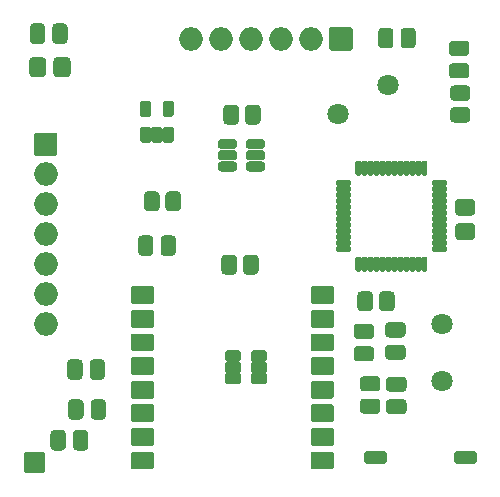
<source format=gts>
G04 #@! TF.GenerationSoftware,KiCad,Pcbnew,5.1.7-a382d34a8~88~ubuntu18.04.1*
G04 #@! TF.CreationDate,2021-11-20T11:26:47+05:30*
G04 #@! TF.ProjectId,FrontEnd_switch_Normal_v1,46726f6e-7445-46e6-945f-737769746368,rev?*
G04 #@! TF.SameCoordinates,Original*
G04 #@! TF.FileFunction,Soldermask,Top*
G04 #@! TF.FilePolarity,Negative*
%FSLAX46Y46*%
G04 Gerber Fmt 4.6, Leading zero omitted, Abs format (unit mm)*
G04 Created by KiCad (PCBNEW 5.1.7-a382d34a8~88~ubuntu18.04.1) date 2021-11-20 11:26:47*
%MOMM*%
%LPD*%
G01*
G04 APERTURE LIST*
%ADD10O,2.000000X2.000000*%
%ADD11C,1.800000*%
G04 APERTURE END LIST*
G36*
G01*
X114451000Y-92497200D02*
X114451000Y-92775600D01*
G75*
G02*
X114155200Y-93071400I-295800J0D01*
G01*
X113096800Y-93071400D01*
G75*
G02*
X112801000Y-92775600I0J295800D01*
G01*
X112801000Y-92497200D01*
G75*
G02*
X113096800Y-92201400I295800J0D01*
G01*
X114155200Y-92201400D01*
G75*
G02*
X114451000Y-92497200I0J-295800D01*
G01*
G37*
G36*
G01*
X114451000Y-91547200D02*
X114451000Y-91825600D01*
G75*
G02*
X114155200Y-92121400I-295800J0D01*
G01*
X113096800Y-92121400D01*
G75*
G02*
X112801000Y-91825600I0J295800D01*
G01*
X112801000Y-91547200D01*
G75*
G02*
X113096800Y-91251400I295800J0D01*
G01*
X114155200Y-91251400D01*
G75*
G02*
X114451000Y-91547200I0J-295800D01*
G01*
G37*
G36*
G01*
X114451000Y-90597200D02*
X114451000Y-90875600D01*
G75*
G02*
X114155200Y-91171400I-295800J0D01*
G01*
X113096800Y-91171400D01*
G75*
G02*
X112801000Y-90875600I0J295800D01*
G01*
X112801000Y-90597200D01*
G75*
G02*
X113096800Y-90301400I295800J0D01*
G01*
X114155200Y-90301400D01*
G75*
G02*
X114451000Y-90597200I0J-295800D01*
G01*
G37*
G36*
G01*
X116821000Y-90597200D02*
X116821000Y-90875600D01*
G75*
G02*
X116525200Y-91171400I-295800J0D01*
G01*
X115466800Y-91171400D01*
G75*
G02*
X115171000Y-90875600I0J295800D01*
G01*
X115171000Y-90597200D01*
G75*
G02*
X115466800Y-90301400I295800J0D01*
G01*
X116525200Y-90301400D01*
G75*
G02*
X116821000Y-90597200I0J-295800D01*
G01*
G37*
G36*
G01*
X116821000Y-91547200D02*
X116821000Y-91825600D01*
G75*
G02*
X116525200Y-92121400I-295800J0D01*
G01*
X115466800Y-92121400D01*
G75*
G02*
X115171000Y-91825600I0J295800D01*
G01*
X115171000Y-91547200D01*
G75*
G02*
X115466800Y-91251400I295800J0D01*
G01*
X116525200Y-91251400D01*
G75*
G02*
X116821000Y-91547200I0J-295800D01*
G01*
G37*
G36*
G01*
X116821000Y-92497200D02*
X116821000Y-92775600D01*
G75*
G02*
X116525200Y-93071400I-295800J0D01*
G01*
X115466800Y-93071400D01*
G75*
G02*
X115171000Y-92775600I0J295800D01*
G01*
X115171000Y-92497200D01*
G75*
G02*
X115466800Y-92201400I295800J0D01*
G01*
X116525200Y-92201400D01*
G75*
G02*
X116821000Y-92497200I0J-295800D01*
G01*
G37*
G36*
G01*
X133209216Y-97418100D02*
X134278784Y-97418100D01*
G75*
G02*
X134594000Y-97733316I0J-315216D01*
G01*
X134594000Y-98552884D01*
G75*
G02*
X134278784Y-98868100I-315216J0D01*
G01*
X133209216Y-98868100D01*
G75*
G02*
X132894000Y-98552884I0J315216D01*
G01*
X132894000Y-97733316D01*
G75*
G02*
X133209216Y-97418100I315216J0D01*
G01*
G37*
G36*
G01*
X133209216Y-95368100D02*
X134278784Y-95368100D01*
G75*
G02*
X134594000Y-95683316I0J-315216D01*
G01*
X134594000Y-96502884D01*
G75*
G02*
X134278784Y-96818100I-315216J0D01*
G01*
X133209216Y-96818100D01*
G75*
G02*
X132894000Y-96502884I0J315216D01*
G01*
X132894000Y-95683316D01*
G75*
G02*
X133209216Y-95368100I315216J0D01*
G01*
G37*
G36*
G01*
X98885000Y-84763684D02*
X98885000Y-83694116D01*
G75*
G02*
X99200216Y-83378900I315216J0D01*
G01*
X100019784Y-83378900D01*
G75*
G02*
X100335000Y-83694116I0J-315216D01*
G01*
X100335000Y-84763684D01*
G75*
G02*
X100019784Y-85078900I-315216J0D01*
G01*
X99200216Y-85078900D01*
G75*
G02*
X98885000Y-84763684I0J315216D01*
G01*
G37*
G36*
G01*
X96835000Y-84763684D02*
X96835000Y-83694116D01*
G75*
G02*
X97150216Y-83378900I315216J0D01*
G01*
X97969784Y-83378900D01*
G75*
G02*
X98285000Y-83694116I0J-315216D01*
G01*
X98285000Y-84763684D01*
G75*
G02*
X97969784Y-85078900I-315216J0D01*
G01*
X97150216Y-85078900D01*
G75*
G02*
X96835000Y-84763684I0J315216D01*
G01*
G37*
G36*
G01*
X114599000Y-87725469D02*
X114599000Y-88779131D01*
G75*
G02*
X114275831Y-89102300I-323169J0D01*
G01*
X113597169Y-89102300D01*
G75*
G02*
X113274000Y-88779131I0J323169D01*
G01*
X113274000Y-87725469D01*
G75*
G02*
X113597169Y-87402300I323169J0D01*
G01*
X114275831Y-87402300D01*
G75*
G02*
X114599000Y-87725469I0J-323169D01*
G01*
G37*
G36*
G01*
X116424000Y-87725469D02*
X116424000Y-88779131D01*
G75*
G02*
X116100831Y-89102300I-323169J0D01*
G01*
X115422169Y-89102300D01*
G75*
G02*
X115099000Y-88779131I0J323169D01*
G01*
X115099000Y-87725469D01*
G75*
G02*
X115422169Y-87402300I323169J0D01*
G01*
X116100831Y-87402300D01*
G75*
G02*
X116424000Y-87725469I0J-323169D01*
G01*
G37*
G36*
G01*
X114434000Y-100418169D02*
X114434000Y-101471831D01*
G75*
G02*
X114110831Y-101795000I-323169J0D01*
G01*
X113432169Y-101795000D01*
G75*
G02*
X113109000Y-101471831I0J323169D01*
G01*
X113109000Y-100418169D01*
G75*
G02*
X113432169Y-100095000I323169J0D01*
G01*
X114110831Y-100095000D01*
G75*
G02*
X114434000Y-100418169I0J-323169D01*
G01*
G37*
G36*
G01*
X116259000Y-100418169D02*
X116259000Y-101471831D01*
G75*
G02*
X115935831Y-101795000I-323169J0D01*
G01*
X115257169Y-101795000D01*
G75*
G02*
X114934000Y-101471831I0J323169D01*
G01*
X114934000Y-100418169D01*
G75*
G02*
X115257169Y-100095000I323169J0D01*
G01*
X115935831Y-100095000D01*
G75*
G02*
X116259000Y-100418169I0J-323169D01*
G01*
G37*
G36*
G01*
X125950000Y-103522169D02*
X125950000Y-104575831D01*
G75*
G02*
X125626831Y-104899000I-323169J0D01*
G01*
X124948169Y-104899000D01*
G75*
G02*
X124625000Y-104575831I0J323169D01*
G01*
X124625000Y-103522169D01*
G75*
G02*
X124948169Y-103199000I323169J0D01*
G01*
X125626831Y-103199000D01*
G75*
G02*
X125950000Y-103522169I0J-323169D01*
G01*
G37*
G36*
G01*
X127775000Y-103522169D02*
X127775000Y-104575831D01*
G75*
G02*
X127451831Y-104899000I-323169J0D01*
G01*
X126773169Y-104899000D01*
G75*
G02*
X126450000Y-104575831I0J323169D01*
G01*
X126450000Y-103522169D01*
G75*
G02*
X126773169Y-103199000I323169J0D01*
G01*
X127451831Y-103199000D01*
G75*
G02*
X127775000Y-103522169I0J-323169D01*
G01*
G37*
G36*
G01*
X132805169Y-87593600D02*
X133858831Y-87593600D01*
G75*
G02*
X134182000Y-87916769I0J-323169D01*
G01*
X134182000Y-88595431D01*
G75*
G02*
X133858831Y-88918600I-323169J0D01*
G01*
X132805169Y-88918600D01*
G75*
G02*
X132482000Y-88595431I0J323169D01*
G01*
X132482000Y-87916769D01*
G75*
G02*
X132805169Y-87593600I323169J0D01*
G01*
G37*
G36*
G01*
X132805169Y-85768600D02*
X133858831Y-85768600D01*
G75*
G02*
X134182000Y-86091769I0J-323169D01*
G01*
X134182000Y-86770431D01*
G75*
G02*
X133858831Y-87093600I-323169J0D01*
G01*
X132805169Y-87093600D01*
G75*
G02*
X132482000Y-86770431I0J323169D01*
G01*
X132482000Y-86091769D01*
G75*
G02*
X132805169Y-85768600I323169J0D01*
G01*
G37*
G36*
G01*
X107873000Y-95058469D02*
X107873000Y-96112131D01*
G75*
G02*
X107549831Y-96435300I-323169J0D01*
G01*
X106871169Y-96435300D01*
G75*
G02*
X106548000Y-96112131I0J323169D01*
G01*
X106548000Y-95058469D01*
G75*
G02*
X106871169Y-94735300I323169J0D01*
G01*
X107549831Y-94735300D01*
G75*
G02*
X107873000Y-95058469I0J-323169D01*
G01*
G37*
G36*
G01*
X109698000Y-95058469D02*
X109698000Y-96112131D01*
G75*
G02*
X109374831Y-96435300I-323169J0D01*
G01*
X108696169Y-96435300D01*
G75*
G02*
X108373000Y-96112131I0J323169D01*
G01*
X108373000Y-95058469D01*
G75*
G02*
X108696169Y-94735300I323169J0D01*
G01*
X109374831Y-94735300D01*
G75*
G02*
X109698000Y-95058469I0J-323169D01*
G01*
G37*
D10*
X98221900Y-106001000D03*
X98221900Y-103461000D03*
X98221900Y-100921000D03*
X98221900Y-98381000D03*
X98221900Y-95841000D03*
X98221900Y-93301000D03*
G36*
G01*
X97221900Y-91611000D02*
X97221900Y-89911000D01*
G75*
G02*
X97371900Y-89761000I150000J0D01*
G01*
X99071900Y-89761000D01*
G75*
G02*
X99221900Y-89911000I0J-150000D01*
G01*
X99221900Y-91611000D01*
G75*
G02*
X99071900Y-91761000I-150000J0D01*
G01*
X97371900Y-91761000D01*
G75*
G02*
X97221900Y-91611000I0J150000D01*
G01*
G37*
G36*
G01*
X101958000Y-110382000D02*
X101958000Y-109282000D01*
G75*
G02*
X102283000Y-108957000I325000J0D01*
G01*
X102933000Y-108957000D01*
G75*
G02*
X103258000Y-109282000I0J-325000D01*
G01*
X103258000Y-110382000D01*
G75*
G02*
X102933000Y-110707000I-325000J0D01*
G01*
X102283000Y-110707000D01*
G75*
G02*
X101958000Y-110382000I0J325000D01*
G01*
G37*
G36*
G01*
X100058000Y-110382000D02*
X100058000Y-109282000D01*
G75*
G02*
X100383000Y-108957000I325000J0D01*
G01*
X101033000Y-108957000D01*
G75*
G02*
X101358000Y-109282000I0J-325000D01*
G01*
X101358000Y-110382000D01*
G75*
G02*
X101033000Y-110707000I-325000J0D01*
G01*
X100383000Y-110707000D01*
G75*
G02*
X100058000Y-110382000I0J325000D01*
G01*
G37*
G36*
G01*
X100541000Y-116359000D02*
X100541000Y-115259000D01*
G75*
G02*
X100866000Y-114934000I325000J0D01*
G01*
X101516000Y-114934000D01*
G75*
G02*
X101841000Y-115259000I0J-325000D01*
G01*
X101841000Y-116359000D01*
G75*
G02*
X101516000Y-116684000I-325000J0D01*
G01*
X100866000Y-116684000D01*
G75*
G02*
X100541000Y-116359000I0J325000D01*
G01*
G37*
G36*
G01*
X98641000Y-116359000D02*
X98641000Y-115259000D01*
G75*
G02*
X98966000Y-114934000I325000J0D01*
G01*
X99616000Y-114934000D01*
G75*
G02*
X99941000Y-115259000I0J-325000D01*
G01*
X99941000Y-116359000D01*
G75*
G02*
X99616000Y-116684000I-325000J0D01*
G01*
X98966000Y-116684000D01*
G75*
G02*
X98641000Y-116359000I0J325000D01*
G01*
G37*
G36*
G01*
X128275000Y-82317700D02*
X128275000Y-81217700D01*
G75*
G02*
X128600000Y-80892700I325000J0D01*
G01*
X129250000Y-80892700D01*
G75*
G02*
X129575000Y-81217700I0J-325000D01*
G01*
X129575000Y-82317700D01*
G75*
G02*
X129250000Y-82642700I-325000J0D01*
G01*
X128600000Y-82642700D01*
G75*
G02*
X128275000Y-82317700I0J325000D01*
G01*
G37*
G36*
G01*
X126375000Y-82317700D02*
X126375000Y-81217700D01*
G75*
G02*
X126700000Y-80892700I325000J0D01*
G01*
X127350000Y-80892700D01*
G75*
G02*
X127675000Y-81217700I0J-325000D01*
G01*
X127675000Y-82317700D01*
G75*
G02*
X127350000Y-82642700I-325000J0D01*
G01*
X126700000Y-82642700D01*
G75*
G02*
X126375000Y-82317700I0J325000D01*
G01*
G37*
G36*
G01*
X107955000Y-99894500D02*
X107955000Y-98794500D01*
G75*
G02*
X108280000Y-98469500I325000J0D01*
G01*
X108930000Y-98469500D01*
G75*
G02*
X109255000Y-98794500I0J-325000D01*
G01*
X109255000Y-99894500D01*
G75*
G02*
X108930000Y-100219500I-325000J0D01*
G01*
X108280000Y-100219500D01*
G75*
G02*
X107955000Y-99894500I0J325000D01*
G01*
G37*
G36*
G01*
X106055000Y-99894500D02*
X106055000Y-98794500D01*
G75*
G02*
X106380000Y-98469500I325000J0D01*
G01*
X107030000Y-98469500D01*
G75*
G02*
X107355000Y-98794500I0J-325000D01*
G01*
X107355000Y-99894500D01*
G75*
G02*
X107030000Y-100219500I-325000J0D01*
G01*
X106380000Y-100219500D01*
G75*
G02*
X106055000Y-99894500I0J325000D01*
G01*
G37*
G36*
G01*
X126250000Y-111684000D02*
X125150000Y-111684000D01*
G75*
G02*
X124825000Y-111359000I0J325000D01*
G01*
X124825000Y-110709000D01*
G75*
G02*
X125150000Y-110384000I325000J0D01*
G01*
X126250000Y-110384000D01*
G75*
G02*
X126575000Y-110709000I0J-325000D01*
G01*
X126575000Y-111359000D01*
G75*
G02*
X126250000Y-111684000I-325000J0D01*
G01*
G37*
G36*
G01*
X126250000Y-113584000D02*
X125150000Y-113584000D01*
G75*
G02*
X124825000Y-113259000I0J325000D01*
G01*
X124825000Y-112609000D01*
G75*
G02*
X125150000Y-112284000I325000J0D01*
G01*
X126250000Y-112284000D01*
G75*
G02*
X126575000Y-112609000I0J-325000D01*
G01*
X126575000Y-113259000D01*
G75*
G02*
X126250000Y-113584000I-325000J0D01*
G01*
G37*
G36*
G01*
X124624000Y-107841000D02*
X125724000Y-107841000D01*
G75*
G02*
X126049000Y-108166000I0J-325000D01*
G01*
X126049000Y-108816000D01*
G75*
G02*
X125724000Y-109141000I-325000J0D01*
G01*
X124624000Y-109141000D01*
G75*
G02*
X124299000Y-108816000I0J325000D01*
G01*
X124299000Y-108166000D01*
G75*
G02*
X124624000Y-107841000I325000J0D01*
G01*
G37*
G36*
G01*
X124624000Y-105941000D02*
X125724000Y-105941000D01*
G75*
G02*
X126049000Y-106266000I0J-325000D01*
G01*
X126049000Y-106916000D01*
G75*
G02*
X125724000Y-107241000I-325000J0D01*
G01*
X124624000Y-107241000D01*
G75*
G02*
X124299000Y-106916000I0J325000D01*
G01*
X124299000Y-106266000D01*
G75*
G02*
X124624000Y-105941000I325000J0D01*
G01*
G37*
G36*
G01*
X128462000Y-111724000D02*
X127362000Y-111724000D01*
G75*
G02*
X127037000Y-111399000I0J325000D01*
G01*
X127037000Y-110749000D01*
G75*
G02*
X127362000Y-110424000I325000J0D01*
G01*
X128462000Y-110424000D01*
G75*
G02*
X128787000Y-110749000I0J-325000D01*
G01*
X128787000Y-111399000D01*
G75*
G02*
X128462000Y-111724000I-325000J0D01*
G01*
G37*
G36*
G01*
X128462000Y-113624000D02*
X127362000Y-113624000D01*
G75*
G02*
X127037000Y-113299000I0J325000D01*
G01*
X127037000Y-112649000D01*
G75*
G02*
X127362000Y-112324000I325000J0D01*
G01*
X128462000Y-112324000D01*
G75*
G02*
X128787000Y-112649000I0J-325000D01*
G01*
X128787000Y-113299000D01*
G75*
G02*
X128462000Y-113624000I-325000J0D01*
G01*
G37*
G36*
G01*
X127296000Y-107717000D02*
X128396000Y-107717000D01*
G75*
G02*
X128721000Y-108042000I0J-325000D01*
G01*
X128721000Y-108692000D01*
G75*
G02*
X128396000Y-109017000I-325000J0D01*
G01*
X127296000Y-109017000D01*
G75*
G02*
X126971000Y-108692000I0J325000D01*
G01*
X126971000Y-108042000D01*
G75*
G02*
X127296000Y-107717000I325000J0D01*
G01*
G37*
G36*
G01*
X127296000Y-105817000D02*
X128396000Y-105817000D01*
G75*
G02*
X128721000Y-106142000I0J-325000D01*
G01*
X128721000Y-106792000D01*
G75*
G02*
X128396000Y-107117000I-325000J0D01*
G01*
X127296000Y-107117000D01*
G75*
G02*
X126971000Y-106792000I0J325000D01*
G01*
X126971000Y-106142000D01*
G75*
G02*
X127296000Y-105817000I325000J0D01*
G01*
G37*
G36*
G01*
X102037000Y-113760000D02*
X102037000Y-112660000D01*
G75*
G02*
X102362000Y-112335000I325000J0D01*
G01*
X103012000Y-112335000D01*
G75*
G02*
X103337000Y-112660000I0J-325000D01*
G01*
X103337000Y-113760000D01*
G75*
G02*
X103012000Y-114085000I-325000J0D01*
G01*
X102362000Y-114085000D01*
G75*
G02*
X102037000Y-113760000I0J325000D01*
G01*
G37*
G36*
G01*
X100137000Y-113760000D02*
X100137000Y-112660000D01*
G75*
G02*
X100462000Y-112335000I325000J0D01*
G01*
X101112000Y-112335000D01*
G75*
G02*
X101437000Y-112660000I0J-325000D01*
G01*
X101437000Y-113760000D01*
G75*
G02*
X101112000Y-114085000I-325000J0D01*
G01*
X100462000Y-114085000D01*
G75*
G02*
X100137000Y-113760000I0J325000D01*
G01*
G37*
G36*
G01*
X132683000Y-83881200D02*
X133783000Y-83881200D01*
G75*
G02*
X134108000Y-84206200I0J-325000D01*
G01*
X134108000Y-84856200D01*
G75*
G02*
X133783000Y-85181200I-325000J0D01*
G01*
X132683000Y-85181200D01*
G75*
G02*
X132358000Y-84856200I0J325000D01*
G01*
X132358000Y-84206200D01*
G75*
G02*
X132683000Y-83881200I325000J0D01*
G01*
G37*
G36*
G01*
X132683000Y-81981200D02*
X133783000Y-81981200D01*
G75*
G02*
X134108000Y-82306200I0J-325000D01*
G01*
X134108000Y-82956200D01*
G75*
G02*
X133783000Y-83281200I-325000J0D01*
G01*
X132683000Y-83281200D01*
G75*
G02*
X132358000Y-82956200I0J325000D01*
G01*
X132358000Y-82306200D01*
G75*
G02*
X132683000Y-81981200I325000J0D01*
G01*
G37*
G36*
G01*
X98791000Y-81944300D02*
X98791000Y-80844300D01*
G75*
G02*
X99116000Y-80519300I325000J0D01*
G01*
X99766000Y-80519300D01*
G75*
G02*
X100091000Y-80844300I0J-325000D01*
G01*
X100091000Y-81944300D01*
G75*
G02*
X99766000Y-82269300I-325000J0D01*
G01*
X99116000Y-82269300D01*
G75*
G02*
X98791000Y-81944300I0J325000D01*
G01*
G37*
G36*
G01*
X96891000Y-81944300D02*
X96891000Y-80844300D01*
G75*
G02*
X97216000Y-80519300I325000J0D01*
G01*
X97866000Y-80519300D01*
G75*
G02*
X98191000Y-80844300I0J-325000D01*
G01*
X98191000Y-81944300D01*
G75*
G02*
X97866000Y-82269300I-325000J0D01*
G01*
X97216000Y-82269300D01*
G75*
G02*
X96891000Y-81944300I0J325000D01*
G01*
G37*
X110523000Y-81833700D03*
X113063000Y-81833700D03*
X115603000Y-81833700D03*
X118143000Y-81833700D03*
X120683000Y-81833700D03*
G36*
G01*
X122373000Y-80833700D02*
X124073000Y-80833700D01*
G75*
G02*
X124223000Y-80983700I0J-150000D01*
G01*
X124223000Y-82683700D01*
G75*
G02*
X124073000Y-82833700I-150000J0D01*
G01*
X122373000Y-82833700D01*
G75*
G02*
X122223000Y-82683700I0J150000D01*
G01*
X122223000Y-80983700D01*
G75*
G02*
X122373000Y-80833700I150000J0D01*
G01*
G37*
G36*
G01*
X131059000Y-98868700D02*
X132059000Y-98868700D01*
G75*
G02*
X132209000Y-99018700I0J-150000D01*
G01*
X132209000Y-99248700D01*
G75*
G02*
X132059000Y-99398700I-150000J0D01*
G01*
X131059000Y-99398700D01*
G75*
G02*
X130909000Y-99248700I0J150000D01*
G01*
X130909000Y-99018700D01*
G75*
G02*
X131059000Y-98868700I150000J0D01*
G01*
G37*
G36*
G01*
X130174000Y-92133700D02*
X130404000Y-92133700D01*
G75*
G02*
X130554000Y-92283700I0J-150000D01*
G01*
X130554000Y-93283700D01*
G75*
G02*
X130404000Y-93433700I-150000J0D01*
G01*
X130174000Y-93433700D01*
G75*
G02*
X130024000Y-93283700I0J150000D01*
G01*
X130024000Y-92283700D01*
G75*
G02*
X130174000Y-92133700I150000J0D01*
G01*
G37*
G36*
G01*
X129666000Y-92133700D02*
X129896000Y-92133700D01*
G75*
G02*
X130046000Y-92283700I0J-150000D01*
G01*
X130046000Y-93283700D01*
G75*
G02*
X129896000Y-93433700I-150000J0D01*
G01*
X129666000Y-93433700D01*
G75*
G02*
X129516000Y-93283700I0J150000D01*
G01*
X129516000Y-92283700D01*
G75*
G02*
X129666000Y-92133700I150000J0D01*
G01*
G37*
G36*
G01*
X129158000Y-92133700D02*
X129388000Y-92133700D01*
G75*
G02*
X129538000Y-92283700I0J-150000D01*
G01*
X129538000Y-93283700D01*
G75*
G02*
X129388000Y-93433700I-150000J0D01*
G01*
X129158000Y-93433700D01*
G75*
G02*
X129008000Y-93283700I0J150000D01*
G01*
X129008000Y-92283700D01*
G75*
G02*
X129158000Y-92133700I150000J0D01*
G01*
G37*
G36*
G01*
X128650000Y-92133700D02*
X128880000Y-92133700D01*
G75*
G02*
X129030000Y-92283700I0J-150000D01*
G01*
X129030000Y-93283700D01*
G75*
G02*
X128880000Y-93433700I-150000J0D01*
G01*
X128650000Y-93433700D01*
G75*
G02*
X128500000Y-93283700I0J150000D01*
G01*
X128500000Y-92283700D01*
G75*
G02*
X128650000Y-92133700I150000J0D01*
G01*
G37*
G36*
G01*
X128142000Y-92133700D02*
X128372000Y-92133700D01*
G75*
G02*
X128522000Y-92283700I0J-150000D01*
G01*
X128522000Y-93283700D01*
G75*
G02*
X128372000Y-93433700I-150000J0D01*
G01*
X128142000Y-93433700D01*
G75*
G02*
X127992000Y-93283700I0J150000D01*
G01*
X127992000Y-92283700D01*
G75*
G02*
X128142000Y-92133700I150000J0D01*
G01*
G37*
G36*
G01*
X127634000Y-92133700D02*
X127864000Y-92133700D01*
G75*
G02*
X128014000Y-92283700I0J-150000D01*
G01*
X128014000Y-93283700D01*
G75*
G02*
X127864000Y-93433700I-150000J0D01*
G01*
X127634000Y-93433700D01*
G75*
G02*
X127484000Y-93283700I0J150000D01*
G01*
X127484000Y-92283700D01*
G75*
G02*
X127634000Y-92133700I150000J0D01*
G01*
G37*
G36*
G01*
X127126000Y-92133700D02*
X127356000Y-92133700D01*
G75*
G02*
X127506000Y-92283700I0J-150000D01*
G01*
X127506000Y-93283700D01*
G75*
G02*
X127356000Y-93433700I-150000J0D01*
G01*
X127126000Y-93433700D01*
G75*
G02*
X126976000Y-93283700I0J150000D01*
G01*
X126976000Y-92283700D01*
G75*
G02*
X127126000Y-92133700I150000J0D01*
G01*
G37*
G36*
G01*
X126618000Y-92133700D02*
X126848000Y-92133700D01*
G75*
G02*
X126998000Y-92283700I0J-150000D01*
G01*
X126998000Y-93283700D01*
G75*
G02*
X126848000Y-93433700I-150000J0D01*
G01*
X126618000Y-93433700D01*
G75*
G02*
X126468000Y-93283700I0J150000D01*
G01*
X126468000Y-92283700D01*
G75*
G02*
X126618000Y-92133700I150000J0D01*
G01*
G37*
G36*
G01*
X126110000Y-92133700D02*
X126340000Y-92133700D01*
G75*
G02*
X126490000Y-92283700I0J-150000D01*
G01*
X126490000Y-93283700D01*
G75*
G02*
X126340000Y-93433700I-150000J0D01*
G01*
X126110000Y-93433700D01*
G75*
G02*
X125960000Y-93283700I0J150000D01*
G01*
X125960000Y-92283700D01*
G75*
G02*
X126110000Y-92133700I150000J0D01*
G01*
G37*
G36*
G01*
X125602000Y-92133700D02*
X125832000Y-92133700D01*
G75*
G02*
X125982000Y-92283700I0J-150000D01*
G01*
X125982000Y-93283700D01*
G75*
G02*
X125832000Y-93433700I-150000J0D01*
G01*
X125602000Y-93433700D01*
G75*
G02*
X125452000Y-93283700I0J150000D01*
G01*
X125452000Y-92283700D01*
G75*
G02*
X125602000Y-92133700I150000J0D01*
G01*
G37*
G36*
G01*
X125094000Y-92133700D02*
X125324000Y-92133700D01*
G75*
G02*
X125474000Y-92283700I0J-150000D01*
G01*
X125474000Y-93283700D01*
G75*
G02*
X125324000Y-93433700I-150000J0D01*
G01*
X125094000Y-93433700D01*
G75*
G02*
X124944000Y-93283700I0J150000D01*
G01*
X124944000Y-92283700D01*
G75*
G02*
X125094000Y-92133700I150000J0D01*
G01*
G37*
G36*
G01*
X124586000Y-92133700D02*
X124816000Y-92133700D01*
G75*
G02*
X124966000Y-92283700I0J-150000D01*
G01*
X124966000Y-93283700D01*
G75*
G02*
X124816000Y-93433700I-150000J0D01*
G01*
X124586000Y-93433700D01*
G75*
G02*
X124436000Y-93283700I0J150000D01*
G01*
X124436000Y-92283700D01*
G75*
G02*
X124586000Y-92133700I150000J0D01*
G01*
G37*
G36*
G01*
X122931000Y-93788700D02*
X123931000Y-93788700D01*
G75*
G02*
X124081000Y-93938700I0J-150000D01*
G01*
X124081000Y-94168700D01*
G75*
G02*
X123931000Y-94318700I-150000J0D01*
G01*
X122931000Y-94318700D01*
G75*
G02*
X122781000Y-94168700I0J150000D01*
G01*
X122781000Y-93938700D01*
G75*
G02*
X122931000Y-93788700I150000J0D01*
G01*
G37*
G36*
G01*
X122931000Y-94296700D02*
X123931000Y-94296700D01*
G75*
G02*
X124081000Y-94446700I0J-150000D01*
G01*
X124081000Y-94676700D01*
G75*
G02*
X123931000Y-94826700I-150000J0D01*
G01*
X122931000Y-94826700D01*
G75*
G02*
X122781000Y-94676700I0J150000D01*
G01*
X122781000Y-94446700D01*
G75*
G02*
X122931000Y-94296700I150000J0D01*
G01*
G37*
G36*
G01*
X122931000Y-95312700D02*
X123931000Y-95312700D01*
G75*
G02*
X124081000Y-95462700I0J-150000D01*
G01*
X124081000Y-95692700D01*
G75*
G02*
X123931000Y-95842700I-150000J0D01*
G01*
X122931000Y-95842700D01*
G75*
G02*
X122781000Y-95692700I0J150000D01*
G01*
X122781000Y-95462700D01*
G75*
G02*
X122931000Y-95312700I150000J0D01*
G01*
G37*
G36*
G01*
X122931000Y-95820700D02*
X123931000Y-95820700D01*
G75*
G02*
X124081000Y-95970700I0J-150000D01*
G01*
X124081000Y-96200700D01*
G75*
G02*
X123931000Y-96350700I-150000J0D01*
G01*
X122931000Y-96350700D01*
G75*
G02*
X122781000Y-96200700I0J150000D01*
G01*
X122781000Y-95970700D01*
G75*
G02*
X122931000Y-95820700I150000J0D01*
G01*
G37*
G36*
G01*
X122931000Y-96328700D02*
X123931000Y-96328700D01*
G75*
G02*
X124081000Y-96478700I0J-150000D01*
G01*
X124081000Y-96708700D01*
G75*
G02*
X123931000Y-96858700I-150000J0D01*
G01*
X122931000Y-96858700D01*
G75*
G02*
X122781000Y-96708700I0J150000D01*
G01*
X122781000Y-96478700D01*
G75*
G02*
X122931000Y-96328700I150000J0D01*
G01*
G37*
G36*
G01*
X122931000Y-96836700D02*
X123931000Y-96836700D01*
G75*
G02*
X124081000Y-96986700I0J-150000D01*
G01*
X124081000Y-97216700D01*
G75*
G02*
X123931000Y-97366700I-150000J0D01*
G01*
X122931000Y-97366700D01*
G75*
G02*
X122781000Y-97216700I0J150000D01*
G01*
X122781000Y-96986700D01*
G75*
G02*
X122931000Y-96836700I150000J0D01*
G01*
G37*
G36*
G01*
X122931000Y-97344700D02*
X123931000Y-97344700D01*
G75*
G02*
X124081000Y-97494700I0J-150000D01*
G01*
X124081000Y-97724700D01*
G75*
G02*
X123931000Y-97874700I-150000J0D01*
G01*
X122931000Y-97874700D01*
G75*
G02*
X122781000Y-97724700I0J150000D01*
G01*
X122781000Y-97494700D01*
G75*
G02*
X122931000Y-97344700I150000J0D01*
G01*
G37*
G36*
G01*
X122931000Y-97852700D02*
X123931000Y-97852700D01*
G75*
G02*
X124081000Y-98002700I0J-150000D01*
G01*
X124081000Y-98232700D01*
G75*
G02*
X123931000Y-98382700I-150000J0D01*
G01*
X122931000Y-98382700D01*
G75*
G02*
X122781000Y-98232700I0J150000D01*
G01*
X122781000Y-98002700D01*
G75*
G02*
X122931000Y-97852700I150000J0D01*
G01*
G37*
G36*
G01*
X122931000Y-98360700D02*
X123931000Y-98360700D01*
G75*
G02*
X124081000Y-98510700I0J-150000D01*
G01*
X124081000Y-98740700D01*
G75*
G02*
X123931000Y-98890700I-150000J0D01*
G01*
X122931000Y-98890700D01*
G75*
G02*
X122781000Y-98740700I0J150000D01*
G01*
X122781000Y-98510700D01*
G75*
G02*
X122931000Y-98360700I150000J0D01*
G01*
G37*
G36*
G01*
X122931000Y-98868700D02*
X123931000Y-98868700D01*
G75*
G02*
X124081000Y-99018700I0J-150000D01*
G01*
X124081000Y-99248700D01*
G75*
G02*
X123931000Y-99398700I-150000J0D01*
G01*
X122931000Y-99398700D01*
G75*
G02*
X122781000Y-99248700I0J150000D01*
G01*
X122781000Y-99018700D01*
G75*
G02*
X122931000Y-98868700I150000J0D01*
G01*
G37*
G36*
G01*
X122931000Y-99376700D02*
X123931000Y-99376700D01*
G75*
G02*
X124081000Y-99526700I0J-150000D01*
G01*
X124081000Y-99756700D01*
G75*
G02*
X123931000Y-99906700I-150000J0D01*
G01*
X122931000Y-99906700D01*
G75*
G02*
X122781000Y-99756700I0J150000D01*
G01*
X122781000Y-99526700D01*
G75*
G02*
X122931000Y-99376700I150000J0D01*
G01*
G37*
G36*
G01*
X125094000Y-100261700D02*
X125324000Y-100261700D01*
G75*
G02*
X125474000Y-100411700I0J-150000D01*
G01*
X125474000Y-101411700D01*
G75*
G02*
X125324000Y-101561700I-150000J0D01*
G01*
X125094000Y-101561700D01*
G75*
G02*
X124944000Y-101411700I0J150000D01*
G01*
X124944000Y-100411700D01*
G75*
G02*
X125094000Y-100261700I150000J0D01*
G01*
G37*
G36*
G01*
X125602000Y-100261700D02*
X125832000Y-100261700D01*
G75*
G02*
X125982000Y-100411700I0J-150000D01*
G01*
X125982000Y-101411700D01*
G75*
G02*
X125832000Y-101561700I-150000J0D01*
G01*
X125602000Y-101561700D01*
G75*
G02*
X125452000Y-101411700I0J150000D01*
G01*
X125452000Y-100411700D01*
G75*
G02*
X125602000Y-100261700I150000J0D01*
G01*
G37*
G36*
G01*
X126110000Y-100261700D02*
X126340000Y-100261700D01*
G75*
G02*
X126490000Y-100411700I0J-150000D01*
G01*
X126490000Y-101411700D01*
G75*
G02*
X126340000Y-101561700I-150000J0D01*
G01*
X126110000Y-101561700D01*
G75*
G02*
X125960000Y-101411700I0J150000D01*
G01*
X125960000Y-100411700D01*
G75*
G02*
X126110000Y-100261700I150000J0D01*
G01*
G37*
G36*
G01*
X126618000Y-100261700D02*
X126848000Y-100261700D01*
G75*
G02*
X126998000Y-100411700I0J-150000D01*
G01*
X126998000Y-101411700D01*
G75*
G02*
X126848000Y-101561700I-150000J0D01*
G01*
X126618000Y-101561700D01*
G75*
G02*
X126468000Y-101411700I0J150000D01*
G01*
X126468000Y-100411700D01*
G75*
G02*
X126618000Y-100261700I150000J0D01*
G01*
G37*
G36*
G01*
X127126000Y-100261700D02*
X127356000Y-100261700D01*
G75*
G02*
X127506000Y-100411700I0J-150000D01*
G01*
X127506000Y-101411700D01*
G75*
G02*
X127356000Y-101561700I-150000J0D01*
G01*
X127126000Y-101561700D01*
G75*
G02*
X126976000Y-101411700I0J150000D01*
G01*
X126976000Y-100411700D01*
G75*
G02*
X127126000Y-100261700I150000J0D01*
G01*
G37*
G36*
G01*
X127634000Y-100261700D02*
X127864000Y-100261700D01*
G75*
G02*
X128014000Y-100411700I0J-150000D01*
G01*
X128014000Y-101411700D01*
G75*
G02*
X127864000Y-101561700I-150000J0D01*
G01*
X127634000Y-101561700D01*
G75*
G02*
X127484000Y-101411700I0J150000D01*
G01*
X127484000Y-100411700D01*
G75*
G02*
X127634000Y-100261700I150000J0D01*
G01*
G37*
G36*
G01*
X128142000Y-100261700D02*
X128372000Y-100261700D01*
G75*
G02*
X128522000Y-100411700I0J-150000D01*
G01*
X128522000Y-101411700D01*
G75*
G02*
X128372000Y-101561700I-150000J0D01*
G01*
X128142000Y-101561700D01*
G75*
G02*
X127992000Y-101411700I0J150000D01*
G01*
X127992000Y-100411700D01*
G75*
G02*
X128142000Y-100261700I150000J0D01*
G01*
G37*
G36*
G01*
X128650000Y-100261700D02*
X128880000Y-100261700D01*
G75*
G02*
X129030000Y-100411700I0J-150000D01*
G01*
X129030000Y-101411700D01*
G75*
G02*
X128880000Y-101561700I-150000J0D01*
G01*
X128650000Y-101561700D01*
G75*
G02*
X128500000Y-101411700I0J150000D01*
G01*
X128500000Y-100411700D01*
G75*
G02*
X128650000Y-100261700I150000J0D01*
G01*
G37*
G36*
G01*
X129158000Y-100261700D02*
X129388000Y-100261700D01*
G75*
G02*
X129538000Y-100411700I0J-150000D01*
G01*
X129538000Y-101411700D01*
G75*
G02*
X129388000Y-101561700I-150000J0D01*
G01*
X129158000Y-101561700D01*
G75*
G02*
X129008000Y-101411700I0J150000D01*
G01*
X129008000Y-100411700D01*
G75*
G02*
X129158000Y-100261700I150000J0D01*
G01*
G37*
G36*
G01*
X129666000Y-100261700D02*
X129896000Y-100261700D01*
G75*
G02*
X130046000Y-100411700I0J-150000D01*
G01*
X130046000Y-101411700D01*
G75*
G02*
X129896000Y-101561700I-150000J0D01*
G01*
X129666000Y-101561700D01*
G75*
G02*
X129516000Y-101411700I0J150000D01*
G01*
X129516000Y-100411700D01*
G75*
G02*
X129666000Y-100261700I150000J0D01*
G01*
G37*
G36*
G01*
X130174000Y-100261700D02*
X130404000Y-100261700D01*
G75*
G02*
X130554000Y-100411700I0J-150000D01*
G01*
X130554000Y-101411700D01*
G75*
G02*
X130404000Y-101561700I-150000J0D01*
G01*
X130174000Y-101561700D01*
G75*
G02*
X130024000Y-101411700I0J150000D01*
G01*
X130024000Y-100411700D01*
G75*
G02*
X130174000Y-100261700I150000J0D01*
G01*
G37*
G36*
G01*
X131059000Y-99376700D02*
X132059000Y-99376700D01*
G75*
G02*
X132209000Y-99526700I0J-150000D01*
G01*
X132209000Y-99756700D01*
G75*
G02*
X132059000Y-99906700I-150000J0D01*
G01*
X131059000Y-99906700D01*
G75*
G02*
X130909000Y-99756700I0J150000D01*
G01*
X130909000Y-99526700D01*
G75*
G02*
X131059000Y-99376700I150000J0D01*
G01*
G37*
G36*
G01*
X131059000Y-98360700D02*
X132059000Y-98360700D01*
G75*
G02*
X132209000Y-98510700I0J-150000D01*
G01*
X132209000Y-98740700D01*
G75*
G02*
X132059000Y-98890700I-150000J0D01*
G01*
X131059000Y-98890700D01*
G75*
G02*
X130909000Y-98740700I0J150000D01*
G01*
X130909000Y-98510700D01*
G75*
G02*
X131059000Y-98360700I150000J0D01*
G01*
G37*
G36*
G01*
X131059000Y-97852700D02*
X132059000Y-97852700D01*
G75*
G02*
X132209000Y-98002700I0J-150000D01*
G01*
X132209000Y-98232700D01*
G75*
G02*
X132059000Y-98382700I-150000J0D01*
G01*
X131059000Y-98382700D01*
G75*
G02*
X130909000Y-98232700I0J150000D01*
G01*
X130909000Y-98002700D01*
G75*
G02*
X131059000Y-97852700I150000J0D01*
G01*
G37*
G36*
G01*
X131059000Y-97344700D02*
X132059000Y-97344700D01*
G75*
G02*
X132209000Y-97494700I0J-150000D01*
G01*
X132209000Y-97724700D01*
G75*
G02*
X132059000Y-97874700I-150000J0D01*
G01*
X131059000Y-97874700D01*
G75*
G02*
X130909000Y-97724700I0J150000D01*
G01*
X130909000Y-97494700D01*
G75*
G02*
X131059000Y-97344700I150000J0D01*
G01*
G37*
G36*
G01*
X131059000Y-96836700D02*
X132059000Y-96836700D01*
G75*
G02*
X132209000Y-96986700I0J-150000D01*
G01*
X132209000Y-97216700D01*
G75*
G02*
X132059000Y-97366700I-150000J0D01*
G01*
X131059000Y-97366700D01*
G75*
G02*
X130909000Y-97216700I0J150000D01*
G01*
X130909000Y-96986700D01*
G75*
G02*
X131059000Y-96836700I150000J0D01*
G01*
G37*
G36*
G01*
X131059000Y-96328700D02*
X132059000Y-96328700D01*
G75*
G02*
X132209000Y-96478700I0J-150000D01*
G01*
X132209000Y-96708700D01*
G75*
G02*
X132059000Y-96858700I-150000J0D01*
G01*
X131059000Y-96858700D01*
G75*
G02*
X130909000Y-96708700I0J150000D01*
G01*
X130909000Y-96478700D01*
G75*
G02*
X131059000Y-96328700I150000J0D01*
G01*
G37*
G36*
G01*
X131059000Y-95820700D02*
X132059000Y-95820700D01*
G75*
G02*
X132209000Y-95970700I0J-150000D01*
G01*
X132209000Y-96200700D01*
G75*
G02*
X132059000Y-96350700I-150000J0D01*
G01*
X131059000Y-96350700D01*
G75*
G02*
X130909000Y-96200700I0J150000D01*
G01*
X130909000Y-95970700D01*
G75*
G02*
X131059000Y-95820700I150000J0D01*
G01*
G37*
G36*
G01*
X131059000Y-95312700D02*
X132059000Y-95312700D01*
G75*
G02*
X132209000Y-95462700I0J-150000D01*
G01*
X132209000Y-95692700D01*
G75*
G02*
X132059000Y-95842700I-150000J0D01*
G01*
X131059000Y-95842700D01*
G75*
G02*
X130909000Y-95692700I0J150000D01*
G01*
X130909000Y-95462700D01*
G75*
G02*
X131059000Y-95312700I150000J0D01*
G01*
G37*
G36*
G01*
X131059000Y-94804700D02*
X132059000Y-94804700D01*
G75*
G02*
X132209000Y-94954700I0J-150000D01*
G01*
X132209000Y-95184700D01*
G75*
G02*
X132059000Y-95334700I-150000J0D01*
G01*
X131059000Y-95334700D01*
G75*
G02*
X130909000Y-95184700I0J150000D01*
G01*
X130909000Y-94954700D01*
G75*
G02*
X131059000Y-94804700I150000J0D01*
G01*
G37*
G36*
G01*
X131059000Y-94296700D02*
X132059000Y-94296700D01*
G75*
G02*
X132209000Y-94446700I0J-150000D01*
G01*
X132209000Y-94676700D01*
G75*
G02*
X132059000Y-94826700I-150000J0D01*
G01*
X131059000Y-94826700D01*
G75*
G02*
X130909000Y-94676700I0J150000D01*
G01*
X130909000Y-94446700D01*
G75*
G02*
X131059000Y-94296700I150000J0D01*
G01*
G37*
G36*
G01*
X131059000Y-93788700D02*
X132059000Y-93788700D01*
G75*
G02*
X132209000Y-93938700I0J-150000D01*
G01*
X132209000Y-94168700D01*
G75*
G02*
X132059000Y-94318700I-150000J0D01*
G01*
X131059000Y-94318700D01*
G75*
G02*
X130909000Y-94168700I0J150000D01*
G01*
X130909000Y-93938700D01*
G75*
G02*
X131059000Y-93788700I150000J0D01*
G01*
G37*
G36*
G01*
X124586000Y-100261700D02*
X124816000Y-100261700D01*
G75*
G02*
X124966000Y-100411700I0J-150000D01*
G01*
X124966000Y-101411700D01*
G75*
G02*
X124816000Y-101561700I-150000J0D01*
G01*
X124586000Y-101561700D01*
G75*
G02*
X124436000Y-101411700I0J150000D01*
G01*
X124436000Y-100411700D01*
G75*
G02*
X124586000Y-100261700I150000J0D01*
G01*
G37*
G36*
G01*
X122931000Y-94804700D02*
X123931000Y-94804700D01*
G75*
G02*
X124081000Y-94954700I0J-150000D01*
G01*
X124081000Y-95184700D01*
G75*
G02*
X123931000Y-95334700I-150000J0D01*
G01*
X122931000Y-95334700D01*
G75*
G02*
X122781000Y-95184700I0J150000D01*
G01*
X122781000Y-94954700D01*
G75*
G02*
X122931000Y-94804700I150000J0D01*
G01*
G37*
G36*
G01*
X96375100Y-118466000D02*
X96375100Y-116942000D01*
G75*
G02*
X96525100Y-116792000I150000J0D01*
G01*
X98049100Y-116792000D01*
G75*
G02*
X98199100Y-116942000I0J-150000D01*
G01*
X98199100Y-118466000D01*
G75*
G02*
X98049100Y-118616000I-150000J0D01*
G01*
X96525100Y-118616000D01*
G75*
G02*
X96375100Y-118466000I0J150000D01*
G01*
G37*
G36*
G01*
X132814000Y-117662000D02*
X132814000Y-116902000D01*
G75*
G02*
X132964000Y-116752000I150000J0D01*
G01*
X134564000Y-116752000D01*
G75*
G02*
X134714000Y-116902000I0J-150000D01*
G01*
X134714000Y-117662000D01*
G75*
G02*
X134564000Y-117812000I-150000J0D01*
G01*
X132964000Y-117812000D01*
G75*
G02*
X132814000Y-117662000I0J150000D01*
G01*
G37*
G36*
G01*
X125194000Y-117662000D02*
X125194000Y-116902000D01*
G75*
G02*
X125344000Y-116752000I150000J0D01*
G01*
X126944000Y-116752000D01*
G75*
G02*
X127094000Y-116902000I0J-150000D01*
G01*
X127094000Y-117662000D01*
G75*
G02*
X126944000Y-117812000I-150000J0D01*
G01*
X125344000Y-117812000D01*
G75*
G02*
X125194000Y-117662000I0J150000D01*
G01*
G37*
G36*
G01*
X107030000Y-88436800D02*
X106380000Y-88436800D01*
G75*
G02*
X106230000Y-88286800I0J150000D01*
G01*
X106230000Y-87226800D01*
G75*
G02*
X106380000Y-87076800I150000J0D01*
G01*
X107030000Y-87076800D01*
G75*
G02*
X107180000Y-87226800I0J-150000D01*
G01*
X107180000Y-88286800D01*
G75*
G02*
X107030000Y-88436800I-150000J0D01*
G01*
G37*
G36*
G01*
X108930000Y-88436800D02*
X108280000Y-88436800D01*
G75*
G02*
X108130000Y-88286800I0J150000D01*
G01*
X108130000Y-87226800D01*
G75*
G02*
X108280000Y-87076800I150000J0D01*
G01*
X108930000Y-87076800D01*
G75*
G02*
X109080000Y-87226800I0J-150000D01*
G01*
X109080000Y-88286800D01*
G75*
G02*
X108930000Y-88436800I-150000J0D01*
G01*
G37*
G36*
G01*
X108930000Y-90636800D02*
X108280000Y-90636800D01*
G75*
G02*
X108130000Y-90486800I0J150000D01*
G01*
X108130000Y-89426800D01*
G75*
G02*
X108280000Y-89276800I150000J0D01*
G01*
X108930000Y-89276800D01*
G75*
G02*
X109080000Y-89426800I0J-150000D01*
G01*
X109080000Y-90486800D01*
G75*
G02*
X108930000Y-90636800I-150000J0D01*
G01*
G37*
G36*
G01*
X107980000Y-90636800D02*
X107330000Y-90636800D01*
G75*
G02*
X107180000Y-90486800I0J150000D01*
G01*
X107180000Y-89426800D01*
G75*
G02*
X107330000Y-89276800I150000J0D01*
G01*
X107980000Y-89276800D01*
G75*
G02*
X108130000Y-89426800I0J-150000D01*
G01*
X108130000Y-90486800D01*
G75*
G02*
X107980000Y-90636800I-150000J0D01*
G01*
G37*
G36*
G01*
X107030000Y-90636800D02*
X106380000Y-90636800D01*
G75*
G02*
X106230000Y-90486800I0J150000D01*
G01*
X106230000Y-89426800D01*
G75*
G02*
X106380000Y-89276800I150000J0D01*
G01*
X107030000Y-89276800D01*
G75*
G02*
X107180000Y-89426800I0J-150000D01*
G01*
X107180000Y-90486800D01*
G75*
G02*
X107030000Y-90636800I-150000J0D01*
G01*
G37*
G36*
G01*
X105426000Y-104133000D02*
X105426000Y-102933000D01*
G75*
G02*
X105576000Y-102783000I150000J0D01*
G01*
X107276000Y-102783000D01*
G75*
G02*
X107426000Y-102933000I0J-150000D01*
G01*
X107426000Y-104133000D01*
G75*
G02*
X107276000Y-104283000I-150000J0D01*
G01*
X105576000Y-104283000D01*
G75*
G02*
X105426000Y-104133000I0J150000D01*
G01*
G37*
G36*
G01*
X105426000Y-106133000D02*
X105426000Y-104933000D01*
G75*
G02*
X105576000Y-104783000I150000J0D01*
G01*
X107276000Y-104783000D01*
G75*
G02*
X107426000Y-104933000I0J-150000D01*
G01*
X107426000Y-106133000D01*
G75*
G02*
X107276000Y-106283000I-150000J0D01*
G01*
X105576000Y-106283000D01*
G75*
G02*
X105426000Y-106133000I0J150000D01*
G01*
G37*
G36*
G01*
X105426000Y-108133000D02*
X105426000Y-106933000D01*
G75*
G02*
X105576000Y-106783000I150000J0D01*
G01*
X107276000Y-106783000D01*
G75*
G02*
X107426000Y-106933000I0J-150000D01*
G01*
X107426000Y-108133000D01*
G75*
G02*
X107276000Y-108283000I-150000J0D01*
G01*
X105576000Y-108283000D01*
G75*
G02*
X105426000Y-108133000I0J150000D01*
G01*
G37*
G36*
G01*
X105426000Y-110133000D02*
X105426000Y-108933000D01*
G75*
G02*
X105576000Y-108783000I150000J0D01*
G01*
X107276000Y-108783000D01*
G75*
G02*
X107426000Y-108933000I0J-150000D01*
G01*
X107426000Y-110133000D01*
G75*
G02*
X107276000Y-110283000I-150000J0D01*
G01*
X105576000Y-110283000D01*
G75*
G02*
X105426000Y-110133000I0J150000D01*
G01*
G37*
G36*
G01*
X105426000Y-112133000D02*
X105426000Y-110933000D01*
G75*
G02*
X105576000Y-110783000I150000J0D01*
G01*
X107276000Y-110783000D01*
G75*
G02*
X107426000Y-110933000I0J-150000D01*
G01*
X107426000Y-112133000D01*
G75*
G02*
X107276000Y-112283000I-150000J0D01*
G01*
X105576000Y-112283000D01*
G75*
G02*
X105426000Y-112133000I0J150000D01*
G01*
G37*
G36*
G01*
X105426000Y-114133000D02*
X105426000Y-112933000D01*
G75*
G02*
X105576000Y-112783000I150000J0D01*
G01*
X107276000Y-112783000D01*
G75*
G02*
X107426000Y-112933000I0J-150000D01*
G01*
X107426000Y-114133000D01*
G75*
G02*
X107276000Y-114283000I-150000J0D01*
G01*
X105576000Y-114283000D01*
G75*
G02*
X105426000Y-114133000I0J150000D01*
G01*
G37*
G36*
G01*
X105426000Y-116133000D02*
X105426000Y-114933000D01*
G75*
G02*
X105576000Y-114783000I150000J0D01*
G01*
X107276000Y-114783000D01*
G75*
G02*
X107426000Y-114933000I0J-150000D01*
G01*
X107426000Y-116133000D01*
G75*
G02*
X107276000Y-116283000I-150000J0D01*
G01*
X105576000Y-116283000D01*
G75*
G02*
X105426000Y-116133000I0J150000D01*
G01*
G37*
G36*
G01*
X105426000Y-118133000D02*
X105426000Y-116933000D01*
G75*
G02*
X105576000Y-116783000I150000J0D01*
G01*
X107276000Y-116783000D01*
G75*
G02*
X107426000Y-116933000I0J-150000D01*
G01*
X107426000Y-118133000D01*
G75*
G02*
X107276000Y-118283000I-150000J0D01*
G01*
X105576000Y-118283000D01*
G75*
G02*
X105426000Y-118133000I0J150000D01*
G01*
G37*
G36*
G01*
X120656000Y-118133000D02*
X120656000Y-116933000D01*
G75*
G02*
X120806000Y-116783000I150000J0D01*
G01*
X122506000Y-116783000D01*
G75*
G02*
X122656000Y-116933000I0J-150000D01*
G01*
X122656000Y-118133000D01*
G75*
G02*
X122506000Y-118283000I-150000J0D01*
G01*
X120806000Y-118283000D01*
G75*
G02*
X120656000Y-118133000I0J150000D01*
G01*
G37*
G36*
G01*
X120656000Y-116133000D02*
X120656000Y-114933000D01*
G75*
G02*
X120806000Y-114783000I150000J0D01*
G01*
X122506000Y-114783000D01*
G75*
G02*
X122656000Y-114933000I0J-150000D01*
G01*
X122656000Y-116133000D01*
G75*
G02*
X122506000Y-116283000I-150000J0D01*
G01*
X120806000Y-116283000D01*
G75*
G02*
X120656000Y-116133000I0J150000D01*
G01*
G37*
G36*
G01*
X120656000Y-114133000D02*
X120656000Y-112933000D01*
G75*
G02*
X120806000Y-112783000I150000J0D01*
G01*
X122506000Y-112783000D01*
G75*
G02*
X122656000Y-112933000I0J-150000D01*
G01*
X122656000Y-114133000D01*
G75*
G02*
X122506000Y-114283000I-150000J0D01*
G01*
X120806000Y-114283000D01*
G75*
G02*
X120656000Y-114133000I0J150000D01*
G01*
G37*
G36*
G01*
X120656000Y-112133000D02*
X120656000Y-110933000D01*
G75*
G02*
X120806000Y-110783000I150000J0D01*
G01*
X122506000Y-110783000D01*
G75*
G02*
X122656000Y-110933000I0J-150000D01*
G01*
X122656000Y-112133000D01*
G75*
G02*
X122506000Y-112283000I-150000J0D01*
G01*
X120806000Y-112283000D01*
G75*
G02*
X120656000Y-112133000I0J150000D01*
G01*
G37*
G36*
G01*
X120656000Y-110133000D02*
X120656000Y-108933000D01*
G75*
G02*
X120806000Y-108783000I150000J0D01*
G01*
X122506000Y-108783000D01*
G75*
G02*
X122656000Y-108933000I0J-150000D01*
G01*
X122656000Y-110133000D01*
G75*
G02*
X122506000Y-110283000I-150000J0D01*
G01*
X120806000Y-110283000D01*
G75*
G02*
X120656000Y-110133000I0J150000D01*
G01*
G37*
G36*
G01*
X120656000Y-108133000D02*
X120656000Y-106933000D01*
G75*
G02*
X120806000Y-106783000I150000J0D01*
G01*
X122506000Y-106783000D01*
G75*
G02*
X122656000Y-106933000I0J-150000D01*
G01*
X122656000Y-108133000D01*
G75*
G02*
X122506000Y-108283000I-150000J0D01*
G01*
X120806000Y-108283000D01*
G75*
G02*
X120656000Y-108133000I0J150000D01*
G01*
G37*
G36*
G01*
X120656000Y-106133000D02*
X120656000Y-104933000D01*
G75*
G02*
X120806000Y-104783000I150000J0D01*
G01*
X122506000Y-104783000D01*
G75*
G02*
X122656000Y-104933000I0J-150000D01*
G01*
X122656000Y-106133000D01*
G75*
G02*
X122506000Y-106283000I-150000J0D01*
G01*
X120806000Y-106283000D01*
G75*
G02*
X120656000Y-106133000I0J150000D01*
G01*
G37*
G36*
G01*
X120656000Y-104133000D02*
X120656000Y-102933000D01*
G75*
G02*
X120806000Y-102783000I150000J0D01*
G01*
X122506000Y-102783000D01*
G75*
G02*
X122656000Y-102933000I0J-150000D01*
G01*
X122656000Y-104133000D01*
G75*
G02*
X122506000Y-104283000I-150000J0D01*
G01*
X120806000Y-104283000D01*
G75*
G02*
X120656000Y-104133000I0J150000D01*
G01*
G37*
G36*
G01*
X113409000Y-109012000D02*
X113409000Y-108362000D01*
G75*
G02*
X113559000Y-108212000I150000J0D01*
G01*
X114619000Y-108212000D01*
G75*
G02*
X114769000Y-108362000I0J-150000D01*
G01*
X114769000Y-109012000D01*
G75*
G02*
X114619000Y-109162000I-150000J0D01*
G01*
X113559000Y-109162000D01*
G75*
G02*
X113409000Y-109012000I0J150000D01*
G01*
G37*
G36*
G01*
X113409000Y-109962000D02*
X113409000Y-109312000D01*
G75*
G02*
X113559000Y-109162000I150000J0D01*
G01*
X114619000Y-109162000D01*
G75*
G02*
X114769000Y-109312000I0J-150000D01*
G01*
X114769000Y-109962000D01*
G75*
G02*
X114619000Y-110112000I-150000J0D01*
G01*
X113559000Y-110112000D01*
G75*
G02*
X113409000Y-109962000I0J150000D01*
G01*
G37*
G36*
G01*
X113409000Y-110912000D02*
X113409000Y-110262000D01*
G75*
G02*
X113559000Y-110112000I150000J0D01*
G01*
X114619000Y-110112000D01*
G75*
G02*
X114769000Y-110262000I0J-150000D01*
G01*
X114769000Y-110912000D01*
G75*
G02*
X114619000Y-111062000I-150000J0D01*
G01*
X113559000Y-111062000D01*
G75*
G02*
X113409000Y-110912000I0J150000D01*
G01*
G37*
G36*
G01*
X115609000Y-110912000D02*
X115609000Y-110262000D01*
G75*
G02*
X115759000Y-110112000I150000J0D01*
G01*
X116819000Y-110112000D01*
G75*
G02*
X116969000Y-110262000I0J-150000D01*
G01*
X116969000Y-110912000D01*
G75*
G02*
X116819000Y-111062000I-150000J0D01*
G01*
X115759000Y-111062000D01*
G75*
G02*
X115609000Y-110912000I0J150000D01*
G01*
G37*
G36*
G01*
X115609000Y-109012000D02*
X115609000Y-108362000D01*
G75*
G02*
X115759000Y-108212000I150000J0D01*
G01*
X116819000Y-108212000D01*
G75*
G02*
X116969000Y-108362000I0J-150000D01*
G01*
X116969000Y-109012000D01*
G75*
G02*
X116819000Y-109162000I-150000J0D01*
G01*
X115759000Y-109162000D01*
G75*
G02*
X115609000Y-109012000I0J150000D01*
G01*
G37*
G36*
G01*
X115609000Y-109962000D02*
X115609000Y-109312000D01*
G75*
G02*
X115759000Y-109162000I150000J0D01*
G01*
X116819000Y-109162000D01*
G75*
G02*
X116969000Y-109312000I0J-150000D01*
G01*
X116969000Y-109962000D01*
G75*
G02*
X116819000Y-110112000I-150000J0D01*
G01*
X115759000Y-110112000D01*
G75*
G02*
X115609000Y-109962000I0J150000D01*
G01*
G37*
D11*
X131796000Y-105951000D03*
X131796000Y-110831000D03*
X127223204Y-85774200D03*
X122997000Y-88214200D03*
M02*

</source>
